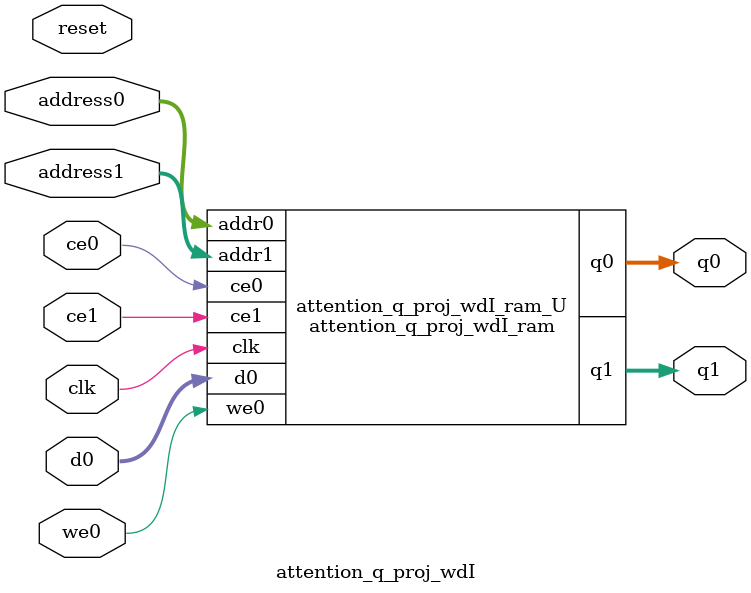
<source format=v>
`timescale 1 ns / 1 ps
module attention_q_proj_wdI_ram (addr0, ce0, d0, we0, q0, addr1, ce1, q1,  clk);

parameter DWIDTH = 40;
parameter AWIDTH = 11;
parameter MEM_SIZE = 1536;

input[AWIDTH-1:0] addr0;
input ce0;
input[DWIDTH-1:0] d0;
input we0;
output reg[DWIDTH-1:0] q0;
input[AWIDTH-1:0] addr1;
input ce1;
output reg[DWIDTH-1:0] q1;
input clk;

(* ram_style = "block" *)reg [DWIDTH-1:0] ram[0:MEM_SIZE-1];




always @(posedge clk)  
begin 
    if (ce0) begin
        if (we0) 
            ram[addr0] <= d0; 
        q0 <= ram[addr0];
    end
end


always @(posedge clk)  
begin 
    if (ce1) begin
        q1 <= ram[addr1];
    end
end


endmodule

`timescale 1 ns / 1 ps
module attention_q_proj_wdI(
    reset,
    clk,
    address0,
    ce0,
    we0,
    d0,
    q0,
    address1,
    ce1,
    q1);

parameter DataWidth = 32'd40;
parameter AddressRange = 32'd1536;
parameter AddressWidth = 32'd11;
input reset;
input clk;
input[AddressWidth - 1:0] address0;
input ce0;
input we0;
input[DataWidth - 1:0] d0;
output[DataWidth - 1:0] q0;
input[AddressWidth - 1:0] address1;
input ce1;
output[DataWidth - 1:0] q1;



attention_q_proj_wdI_ram attention_q_proj_wdI_ram_U(
    .clk( clk ),
    .addr0( address0 ),
    .ce0( ce0 ),
    .we0( we0 ),
    .d0( d0 ),
    .q0( q0 ),
    .addr1( address1 ),
    .ce1( ce1 ),
    .q1( q1 ));

endmodule


</source>
